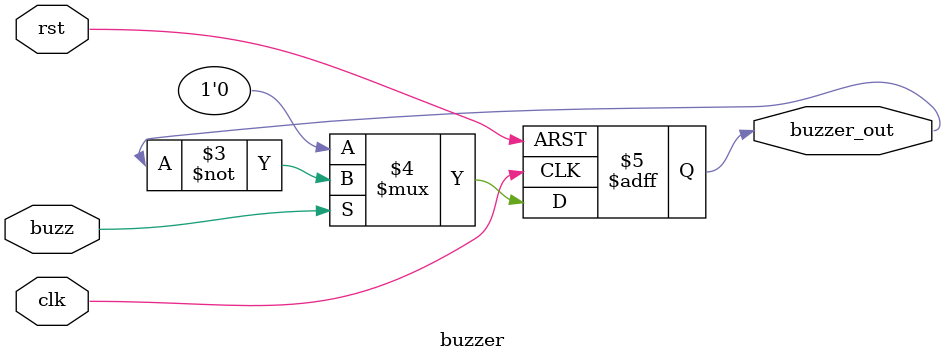
<source format=v>
module buzzer (
    input wire clk,        // 系统时钟，比如 50MHz
    input wire rst,        // 复位信号
    input wire buzz,
    output reg buzzer_out	 // 控制信号，来自 main_ctrl
);
    
           
   // 蜂鸣器驱动（clk=1kHz，无冗余计数器）
always @(posedge clk or posedge rst) begin
    if (rst) begin
        buzzer_out <= 1'b0;
    end else begin
        buzzer_out <= (buzz == 1'b1) ? ~buzzer_out : 1'b0;
    end
end
   

endmodule
</source>
